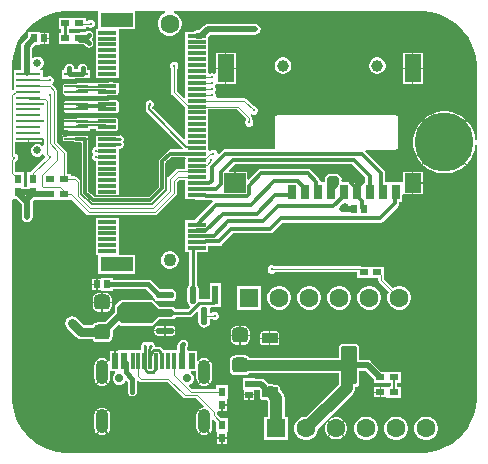
<source format=gtl>
G04*
G04 #@! TF.GenerationSoftware,Altium Limited,Altium Designer,22.7.1 (60)*
G04*
G04 Layer_Physical_Order=1*
G04 Layer_Color=255*
%FSLAX44Y44*%
%MOMM*%
G71*
G04*
G04 #@! TF.SameCoordinates,685117A2-6A88-48EB-B9DE-98E527D6E63A*
G04*
G04*
G04 #@! TF.FilePolarity,Positive*
G04*
G01*
G75*
%ADD11C,0.2540*%
%ADD14C,0.1270*%
%ADD15C,0.1524*%
%ADD19C,0.0889*%
G04:AMPARAMS|DCode=20|XSize=1.27mm|YSize=1.3716mm|CornerRadius=0.3175mm|HoleSize=0mm|Usage=FLASHONLY|Rotation=270.000|XOffset=0mm|YOffset=0mm|HoleType=Round|Shape=RoundedRectangle|*
%AMROUNDEDRECTD20*
21,1,1.2700,0.7366,0,0,270.0*
21,1,0.6350,1.3716,0,0,270.0*
1,1,0.6350,-0.3683,-0.3175*
1,1,0.6350,-0.3683,0.3175*
1,1,0.6350,0.3683,0.3175*
1,1,0.6350,0.3683,-0.3175*
%
%ADD20ROUNDEDRECTD20*%
G04:AMPARAMS|DCode=21|XSize=0.93mm|YSize=1.31mm|CornerRadius=0.0698mm|HoleSize=0mm|Usage=FLASHONLY|Rotation=270.000|XOffset=0mm|YOffset=0mm|HoleType=Round|Shape=RoundedRectangle|*
%AMROUNDEDRECTD21*
21,1,0.9300,1.1705,0,0,270.0*
21,1,0.7905,1.3100,0,0,270.0*
1,1,0.1395,-0.5853,-0.3953*
1,1,0.1395,-0.5853,0.3953*
1,1,0.1395,0.5853,0.3953*
1,1,0.1395,0.5853,-0.3953*
%
%ADD21ROUNDEDRECTD21*%
G04:AMPARAMS|DCode=22|XSize=3.24mm|YSize=1.31mm|CornerRadius=0.0983mm|HoleSize=0mm|Usage=FLASHONLY|Rotation=270.000|XOffset=0mm|YOffset=0mm|HoleType=Round|Shape=RoundedRectangle|*
%AMROUNDEDRECTD22*
21,1,3.2400,1.1135,0,0,270.0*
21,1,3.0435,1.3100,0,0,270.0*
1,1,0.1965,-0.5568,-1.5218*
1,1,0.1965,-0.5568,1.5218*
1,1,0.1965,0.5568,1.5218*
1,1,0.1965,0.5568,-1.5218*
%
%ADD22ROUNDEDRECTD22*%
%ADD23R,0.6000X1.4500*%
%ADD24R,0.3000X1.4500*%
%ADD25R,2.0000X0.2500*%
%ADD26R,1.5500X0.3000*%
G04:AMPARAMS|DCode=27|XSize=0.5588mm|YSize=1.524mm|CornerRadius=0.1397mm|HoleSize=0mm|Usage=FLASHONLY|Rotation=270.000|XOffset=0mm|YOffset=0mm|HoleType=Round|Shape=RoundedRectangle|*
%AMROUNDEDRECTD27*
21,1,0.5588,1.2446,0,0,270.0*
21,1,0.2794,1.5240,0,0,270.0*
1,1,0.2794,-0.6223,-0.1397*
1,1,0.2794,-0.6223,0.1397*
1,1,0.2794,0.6223,0.1397*
1,1,0.2794,0.6223,-0.1397*
%
%ADD27ROUNDEDRECTD27*%
G04:AMPARAMS|DCode=28|XSize=0.6096mm|YSize=1.524mm|CornerRadius=0.1524mm|HoleSize=0mm|Usage=FLASHONLY|Rotation=270.000|XOffset=0mm|YOffset=0mm|HoleType=Round|Shape=RoundedRectangle|*
%AMROUNDEDRECTD28*
21,1,0.6096,1.2192,0,0,270.0*
21,1,0.3048,1.5240,0,0,270.0*
1,1,0.3048,-0.6096,-0.1524*
1,1,0.3048,-0.6096,0.1524*
1,1,0.3048,0.6096,0.1524*
1,1,0.3048,0.6096,-0.1524*
%
%ADD28ROUNDEDRECTD28*%
%ADD29R,0.7000X1.3000*%
%ADD30R,1.4478X1.6510*%
%ADD31R,1.4478X2.4384*%
%ADD32R,1.8542X1.6510*%
%ADD33R,2.7500X1.2000*%
G04:AMPARAMS|DCode=34|XSize=1.5744mm|YSize=0.5758mm|CornerRadius=0.2879mm|HoleSize=0mm|Usage=FLASHONLY|Rotation=270.000|XOffset=0mm|YOffset=0mm|HoleType=Round|Shape=RoundedRectangle|*
%AMROUNDEDRECTD34*
21,1,1.5744,0.0000,0,0,270.0*
21,1,0.9985,0.5758,0,0,270.0*
1,1,0.5758,0.0000,-0.4993*
1,1,0.5758,0.0000,0.4993*
1,1,0.5758,0.0000,0.4993*
1,1,0.5758,0.0000,-0.4993*
%
%ADD34ROUNDEDRECTD34*%
%ADD35R,0.5758X1.5744*%
%ADD36R,0.7500X0.6000*%
%ADD37R,0.6400X0.6000*%
%ADD38R,0.6000X0.6400*%
%ADD39R,0.6000X0.7500*%
%ADD67C,0.3513*%
%ADD68C,0.5080*%
%ADD69C,0.3810*%
%ADD70C,0.2175*%
%ADD71C,0.8890*%
%ADD72C,0.7620*%
%ADD73C,1.0160*%
%ADD74C,0.1574*%
%ADD75C,1.6000*%
%ADD76R,1.6000X1.6000*%
%ADD77C,0.7000*%
%ADD78O,1.0500X2.1000*%
%ADD79C,5.0000*%
%ADD80C,1.0000*%
%ADD81C,1.1001*%
%ADD82C,1.6000*%
%ADD83C,0.3000*%
%ADD84C,0.6700*%
G36*
X357440Y375204D02*
X363513Y373577D01*
X369322Y371171D01*
X374766Y368027D01*
X379754Y364200D01*
X384200Y359754D01*
X388027Y354766D01*
X391171Y349322D01*
X393577Y343513D01*
X395204Y337440D01*
X396024Y331207D01*
Y328064D01*
Y267157D01*
X394759Y267147D01*
X394112Y271231D01*
X392834Y275164D01*
X390957Y278848D01*
X388526Y282194D01*
X387513Y283207D01*
X369387Y265080D01*
X387513Y246953D01*
X388526Y247966D01*
X390957Y251311D01*
X392834Y254996D01*
X394112Y258928D01*
X394759Y263012D01*
X396024Y263002D01*
X396025Y50064D01*
Y46920D01*
X395204Y40687D01*
X393577Y34614D01*
X391171Y28805D01*
X388027Y23361D01*
X384200Y18373D01*
X379754Y13927D01*
X374766Y10100D01*
X369322Y6956D01*
X363513Y4550D01*
X357440Y2923D01*
X351207Y2103D01*
X46920D01*
X40687Y2923D01*
X34614Y4550D01*
X28805Y6956D01*
X23361Y10100D01*
X18373Y13927D01*
X13927Y18373D01*
X10100Y23361D01*
X6956Y28805D01*
X4550Y34614D01*
X2923Y40687D01*
X2103Y46920D01*
Y50064D01*
X2103Y216044D01*
X3373Y217100D01*
X6074D01*
X10611Y212563D01*
Y202184D01*
X10963Y200413D01*
X11967Y198911D01*
X13469Y197907D01*
X15240Y197555D01*
X17011Y197907D01*
X18513Y198911D01*
X19517Y200413D01*
X19869Y202184D01*
Y214480D01*
X19869Y214480D01*
X19869Y214480D01*
Y215103D01*
X21171Y216405D01*
X21440Y216351D01*
X29140D01*
Y215980D01*
X52140D01*
Y215980D01*
X53134Y216392D01*
X65548Y203978D01*
X66356Y203437D01*
X67310Y203248D01*
X123190D01*
X124144Y203437D01*
X124952Y203978D01*
X141462Y220488D01*
X142003Y221296D01*
X142192Y222250D01*
Y231378D01*
X143752Y232938D01*
X148890D01*
Y226930D01*
Y216930D01*
X156989D01*
X157431Y216635D01*
X158897Y216343D01*
X164780D01*
X164994Y216201D01*
X166460Y215909D01*
X171968D01*
X172317Y215287D01*
X172432Y214639D01*
X156723Y198930D01*
X148890D01*
Y191930D01*
Y181930D01*
Y171930D01*
X152266D01*
Y144484D01*
X152082Y144361D01*
X151004Y142748D01*
X150625Y140844D01*
Y130859D01*
X151004Y128955D01*
X152082Y127341D01*
X152695Y126932D01*
X152819Y125668D01*
X151135Y123984D01*
X140951D01*
X140463Y124715D01*
X139297Y125493D01*
X137922Y125767D01*
X127307D01*
X122093Y130982D01*
X122093Y130982D01*
X122092Y130983D01*
X121681Y131258D01*
X121431Y131424D01*
X121431Y131424D01*
X121431Y131425D01*
X121020Y131506D01*
X120651Y131580D01*
X120651Y131580D01*
X120651Y131580D01*
X95250Y131579D01*
X94469Y131424D01*
X93808Y130982D01*
X93808Y130982D01*
X89998Y127172D01*
X89778Y126843D01*
X89556Y126510D01*
X89556Y126510D01*
X89556Y126510D01*
X89485Y126153D01*
X89401Y125730D01*
X89400Y120839D01*
X81153Y112591D01*
X75057D01*
X73038Y112190D01*
X71326Y111046D01*
X70670Y110064D01*
X63414D01*
X57529Y115949D01*
X55607Y117233D01*
X53340Y117684D01*
X51073Y117233D01*
X49151Y115949D01*
X47867Y114027D01*
X47416Y111760D01*
X47867Y109493D01*
X49151Y107571D01*
X56771Y99951D01*
X58693Y98667D01*
X60960Y98216D01*
X70670D01*
X71326Y97234D01*
X73038Y96090D01*
X75057Y95689D01*
X82423D01*
X84442Y96090D01*
X86154Y97234D01*
X87298Y98946D01*
X87699Y100965D01*
Y106045D01*
X92890Y111236D01*
X93808Y110317D01*
X93808Y110317D01*
X94221Y110042D01*
X94469Y109875D01*
X95250Y109720D01*
X120651Y109721D01*
X121431Y109876D01*
X122092Y110318D01*
X122092Y110319D01*
X127307Y115533D01*
X137922D01*
X139297Y115807D01*
X140463Y116585D01*
X140951Y117316D01*
X152516D01*
X153792Y117570D01*
X154874Y118293D01*
X158855Y122274D01*
X160125Y121748D01*
Y113156D01*
X160504Y111252D01*
X161582Y109639D01*
X163196Y108560D01*
X165100Y108181D01*
X167004Y108560D01*
X168618Y109639D01*
X169696Y111252D01*
X170075Y113156D01*
Y115618D01*
X171533D01*
X172007Y115143D01*
X173294Y114610D01*
X174686D01*
X175973Y115143D01*
X176957Y116127D01*
X177490Y117414D01*
Y118806D01*
X176957Y120093D01*
X175973Y121077D01*
X174686Y121610D01*
X173294D01*
X172007Y121077D01*
X171533Y120602D01*
X170075D01*
Y123141D01*
X169776Y124646D01*
X170526Y125915D01*
X172991D01*
X173313Y125980D01*
X179479D01*
Y145723D01*
X169721D01*
Y132584D01*
X161116D01*
X160575Y133028D01*
Y140844D01*
X160196Y142748D01*
X159118Y144361D01*
X158934Y144484D01*
Y171930D01*
X168390D01*
Y177454D01*
X177474D01*
X178940Y177745D01*
X180183Y178576D01*
X189547Y187940D01*
X220980D01*
X222446Y188231D01*
X223688Y189062D01*
X231457Y196830D01*
X313690D01*
X315156Y197121D01*
X316398Y197952D01*
X329122Y210676D01*
X329953Y211918D01*
X330244Y213384D01*
Y214402D01*
X332822D01*
Y219918D01*
X332997Y221115D01*
X334092Y221115D01*
X340871D01*
Y230640D01*
Y240165D01*
X332997D01*
Y232600D01*
X332822Y231402D01*
X331727Y231402D01*
X323092D01*
X321822Y231402D01*
Y231402D01*
X321822D01*
Y231402D01*
X318409D01*
Y239141D01*
X318117Y240607D01*
X317287Y241850D01*
X301473Y257663D01*
X301731Y258616D01*
X301955Y258933D01*
X326898D01*
X327926Y259138D01*
X328798Y259720D01*
X329380Y260592D01*
X329585Y261620D01*
Y285242D01*
X329380Y286270D01*
X328798Y287142D01*
X327926Y287724D01*
X326898Y287929D01*
X227330D01*
X226302Y287724D01*
X225430Y287142D01*
X224848Y286270D01*
X224643Y285242D01*
Y261620D01*
X224848Y260592D01*
X225044Y260298D01*
X224365Y259028D01*
X182808D01*
X181342Y258737D01*
X180100Y257906D01*
X177490Y255297D01*
X176220Y255823D01*
Y255966D01*
X175687Y257253D01*
X174703Y258237D01*
X173416Y258770D01*
X172024D01*
X170737Y258237D01*
X170263Y257762D01*
X169730D01*
X169660Y257749D01*
X168390Y258726D01*
Y271930D01*
Y281930D01*
Y292938D01*
X192488D01*
X200708Y284718D01*
Y284397D01*
X200233Y283923D01*
X199700Y282636D01*
Y281244D01*
X200233Y279957D01*
X201217Y278973D01*
X202504Y278440D01*
X203896D01*
X205183Y278973D01*
X206167Y279957D01*
X206700Y281244D01*
Y282636D01*
X206167Y283923D01*
X205692Y284397D01*
Y285750D01*
X205503Y286704D01*
X204962Y287512D01*
X204318Y288157D01*
X205027Y289133D01*
X206314Y288600D01*
X207706D01*
X208993Y289133D01*
X209977Y290117D01*
X210510Y291404D01*
Y292796D01*
X209977Y294083D01*
X208993Y295067D01*
X207706Y295600D01*
X207035D01*
X200442Y302192D01*
X199634Y302733D01*
X198680Y302922D01*
X175604D01*
X174898Y303978D01*
X174950Y304104D01*
Y305496D01*
X174417Y306783D01*
X173860Y307340D01*
X174417Y307897D01*
X174950Y309184D01*
Y310576D01*
X174417Y311863D01*
X173860Y312420D01*
X174417Y312977D01*
X174914Y314178D01*
X182623D01*
Y327005D01*
X174749D01*
Y323487D01*
X173479Y322961D01*
X173433Y323007D01*
X172146Y323540D01*
X170754D01*
X169660Y323087D01*
X168893Y323390D01*
X168390Y323726D01*
Y331930D01*
Y341930D01*
Y354464D01*
X169977Y356051D01*
X208280D01*
X210051Y356403D01*
X211553Y357407D01*
X212557Y358909D01*
X212909Y360680D01*
X212557Y362451D01*
X211553Y363953D01*
X210051Y364957D01*
X208280Y365309D01*
X168060D01*
X168060Y365309D01*
X166289Y364957D01*
X164787Y363953D01*
X164787Y363953D01*
X160893Y360059D01*
X158640D01*
X156869Y359707D01*
X155706Y358930D01*
X148890D01*
Y351930D01*
Y341930D01*
Y331930D01*
Y321930D01*
Y311930D01*
Y303471D01*
X147620Y302945D01*
X142192Y308372D01*
Y327536D01*
X142667Y328010D01*
X143200Y329297D01*
Y330689D01*
X142667Y331976D01*
X141683Y332960D01*
X140396Y333493D01*
X139004D01*
X137717Y332960D01*
X136733Y331976D01*
X136200Y330689D01*
Y329297D01*
X136733Y328010D01*
X137208Y327536D01*
Y307340D01*
X137397Y306386D01*
X137938Y305578D01*
X148792Y294723D01*
X148890Y294658D01*
Y286930D01*
Y276930D01*
Y268115D01*
X147620Y267589D01*
X121755Y293454D01*
X121109Y294467D01*
X122093Y295451D01*
X122626Y296738D01*
Y298130D01*
X122093Y299417D01*
X121109Y300401D01*
X119822Y300934D01*
X118430D01*
X117143Y300401D01*
X116159Y299417D01*
X115626Y298130D01*
Y297007D01*
X115463Y296188D01*
Y292947D01*
X115677Y291869D01*
X116288Y290956D01*
X146810Y260434D01*
X146324Y259260D01*
X136050D01*
X134584Y258969D01*
X133342Y258138D01*
X126832Y251628D01*
X126001Y250386D01*
X125710Y248920D01*
Y227647D01*
X117794Y219730D01*
X92890D01*
Y229430D01*
Y239430D01*
Y249430D01*
Y259795D01*
X94120D01*
X95406Y260328D01*
X96390Y261312D01*
X96923Y262599D01*
Y263991D01*
X96390Y265278D01*
X96123Y265545D01*
X96390Y265812D01*
X96923Y267099D01*
Y268491D01*
X96390Y269778D01*
X95406Y270762D01*
X94120Y271295D01*
X92890D01*
Y271430D01*
X92160D01*
Y272295D01*
X74120D01*
Y271430D01*
X73390D01*
Y261310D01*
X72964D01*
X71677Y260777D01*
X70693Y259793D01*
X70160Y258506D01*
Y257114D01*
X70693Y255827D01*
X71250Y255270D01*
X70693Y254713D01*
X70160Y253426D01*
Y252034D01*
X70693Y250747D01*
X71677Y249763D01*
X72964Y249230D01*
X73390D01*
Y239430D01*
Y229430D01*
Y220843D01*
X72120Y220317D01*
X68396Y224041D01*
Y267395D01*
X68322Y267765D01*
Y271152D01*
X67592D01*
Y272267D01*
X45052D01*
Y271152D01*
X44322D01*
Y264652D01*
X54424D01*
X54856Y264363D01*
X56322Y264072D01*
X60735D01*
Y234146D01*
X59465Y233620D01*
X57642Y235442D01*
X56834Y235983D01*
X55880Y236172D01*
X52140D01*
Y238680D01*
X48882D01*
Y255870D01*
X48693Y256824D01*
X48152Y257632D01*
X40592Y265192D01*
Y308610D01*
X40403Y309564D01*
X39862Y310372D01*
X36817Y313418D01*
X36302Y314473D01*
X36846Y315106D01*
X37257Y315517D01*
X37790Y316804D01*
Y318196D01*
X37257Y319483D01*
X36273Y320467D01*
X34986Y321000D01*
X33594D01*
X32307Y320467D01*
X31833Y319992D01*
X28322D01*
Y326152D01*
X26032D01*
X25780Y327422D01*
X26853Y327867D01*
X28358Y329371D01*
X29172Y331338D01*
Y333466D01*
X28358Y335433D01*
X26853Y336937D01*
X24886Y337752D01*
X22758D01*
X20791Y336937D01*
X20464Y336610D01*
X19291Y337096D01*
Y344805D01*
X22346Y347860D01*
X26000D01*
Y348590D01*
X29165D01*
Y353060D01*
Y357530D01*
X26000D01*
Y358260D01*
X16000D01*
Y354606D01*
X11389Y349995D01*
X10385Y348493D01*
X10033Y346722D01*
X10033Y346722D01*
Y326152D01*
X4322D01*
Y319652D01*
Y309916D01*
X3747Y309532D01*
X3276Y309061D01*
X2103Y309547D01*
Y328064D01*
Y331207D01*
X2923Y337440D01*
X4550Y343513D01*
X6956Y349322D01*
X10100Y354766D01*
X13927Y359754D01*
X18373Y364200D01*
X23361Y368027D01*
X28805Y371171D01*
X34614Y373577D01*
X40687Y375204D01*
X46920Y376024D01*
X75140D01*
Y361430D01*
X73390D01*
Y349430D01*
Y339430D01*
Y329430D01*
Y319430D01*
X74120D01*
Y318565D01*
X92160D01*
Y319430D01*
X92890D01*
Y329430D01*
Y339430D01*
Y349430D01*
Y360930D01*
X106640D01*
Y376024D01*
X131885D01*
X132052Y374754D01*
X132030Y374749D01*
X129750Y373432D01*
X127888Y371570D01*
X126572Y369290D01*
X125890Y366747D01*
Y364114D01*
X126572Y361570D01*
X127888Y359290D01*
X129750Y357428D01*
X132030Y356112D01*
X134573Y355430D01*
X137206D01*
X139750Y356112D01*
X142030Y357428D01*
X143892Y359290D01*
X145209Y361570D01*
X145890Y364114D01*
Y366747D01*
X145209Y369290D01*
X143892Y371570D01*
X142030Y373432D01*
X139750Y374749D01*
X139728Y374754D01*
X139895Y376024D01*
X351207D01*
X357440Y375204D01*
D02*
G37*
G36*
X29146Y267793D02*
Y262440D01*
X27876Y261914D01*
X26853Y262938D01*
X24886Y263752D01*
X22758D01*
X20791Y262938D01*
X19287Y261432D01*
X18472Y259466D01*
Y257338D01*
X19287Y255371D01*
X20791Y253867D01*
X22758Y253052D01*
X24886D01*
X26853Y253867D01*
X27937Y254951D01*
X29304Y254590D01*
X29336Y254428D01*
X29876Y253619D01*
X30765Y252730D01*
X18710Y240675D01*
X18326Y240100D01*
X15320D01*
Y227479D01*
X12620D01*
Y240100D01*
X5395D01*
X5000Y240494D01*
Y248732D01*
X6103Y249189D01*
X7087Y250174D01*
X7620Y251460D01*
Y252852D01*
X7087Y254139D01*
X6103Y255123D01*
X5000Y255580D01*
Y264133D01*
X5052Y265382D01*
X15687D01*
Y267902D01*
X16322D01*
Y268537D01*
X27592D01*
Y268561D01*
X27876Y268669D01*
X29146Y267793D01*
D02*
G37*
G36*
X148890Y242922D02*
X142640D01*
X141686Y242733D01*
X140878Y242192D01*
X134640Y235955D01*
X133370Y236481D01*
Y247334D01*
X137637Y251600D01*
X148890D01*
Y242922D01*
D02*
G37*
G36*
X301492Y235382D02*
Y232300D01*
X300594Y231402D01*
X299822Y231402D01*
X298854Y230672D01*
X298552Y230672D01*
X294957D01*
Y222902D01*
X293687D01*
Y230672D01*
X289790Y230672D01*
X288822Y231402D01*
X288584Y231402D01*
X282232D01*
X282198Y231418D01*
X281289Y232672D01*
X281489Y233680D01*
X281137Y235451D01*
X280133Y236953D01*
X278631Y237957D01*
X276860Y238309D01*
X276860Y238309D01*
X271780D01*
X270009Y237957D01*
X268507Y236953D01*
X267503Y235451D01*
X267151Y233680D01*
Y232536D01*
X266822Y231402D01*
X263572D01*
Y231748D01*
X263281Y233214D01*
X262450Y234457D01*
X255438Y241468D01*
X254196Y242299D01*
X252730Y242590D01*
X213360D01*
X211894Y242299D01*
X210652Y241468D01*
X202722Y233539D01*
X201549Y234025D01*
Y240165D01*
X191643D01*
Y230640D01*
X190373D01*
Y240165D01*
X186281D01*
X185795Y241338D01*
X191096Y246639D01*
X290235D01*
X301492Y235382D01*
D02*
G37*
G36*
X127000Y123189D02*
X126999Y118109D01*
X120650Y111760D01*
X95250Y111759D01*
X91439Y115570D01*
X91440Y125730D01*
X95250Y129540D01*
X120651Y129541D01*
X127000Y123189D01*
D02*
G37*
%LPC*%
G36*
X64840Y370760D02*
X41840D01*
Y360760D01*
X44256D01*
Y358060D01*
X41840D01*
Y348060D01*
X59800D01*
X60185Y347984D01*
X62946D01*
X64495Y346435D01*
X65786Y345572D01*
X67310Y345269D01*
X68834Y345572D01*
X70125Y346435D01*
X70988Y347726D01*
X71291Y349250D01*
X70988Y350774D01*
X70125Y352065D01*
Y352785D01*
X70988Y354076D01*
X71291Y355600D01*
X70988Y357124D01*
X70125Y358415D01*
X68834Y359278D01*
X67310Y359581D01*
X65786Y359278D01*
X64495Y358415D01*
X64216Y358136D01*
X60185D01*
X59800Y358060D01*
X50924D01*
Y360760D01*
X64840D01*
Y363014D01*
X66377D01*
X66851Y362539D01*
X68138Y362006D01*
X69530D01*
X70817Y362539D01*
X71801Y363523D01*
X72334Y364810D01*
Y366202D01*
X71801Y367489D01*
X70817Y368473D01*
X69530Y369006D01*
X68138D01*
X66851Y368473D01*
X66377Y367998D01*
X64840D01*
Y370760D01*
D02*
G37*
G36*
X34070Y357530D02*
X30435D01*
Y353695D01*
X34070D01*
Y357530D01*
D02*
G37*
G36*
Y352425D02*
X30435D01*
Y348590D01*
X34070D01*
Y352425D01*
D02*
G37*
G36*
X350015Y341102D02*
X342141D01*
Y328275D01*
X350015D01*
Y341102D01*
D02*
G37*
G36*
X191767D02*
X183893D01*
Y328275D01*
X191767D01*
Y341102D01*
D02*
G37*
G36*
X340871D02*
X332997D01*
Y328275D01*
X340871D01*
Y341102D01*
D02*
G37*
G36*
X182623D02*
X174749D01*
Y328275D01*
X182623D01*
Y341102D01*
D02*
G37*
G36*
X62230Y331642D02*
X60706Y331338D01*
X59415Y330475D01*
X58552Y329184D01*
X58249Y327660D01*
Y326883D01*
X54781D01*
Y327660D01*
X54478Y329184D01*
X53615Y330475D01*
X52324Y331338D01*
X50800Y331642D01*
X49276Y331338D01*
X47985Y330475D01*
X47122Y329184D01*
X46818Y327660D01*
Y326152D01*
X44322D01*
Y319652D01*
X45052D01*
Y318537D01*
X67592D01*
Y319652D01*
X68322D01*
Y326152D01*
X66212D01*
Y327660D01*
X65908Y329184D01*
X65045Y330475D01*
X63754Y331338D01*
X62230Y331642D01*
D02*
G37*
G36*
X312580Y336946D02*
X310736D01*
X308956Y336469D01*
X307360Y335547D01*
X306057Y334244D01*
X305135Y332648D01*
X304658Y330868D01*
Y329024D01*
X305135Y327244D01*
X306057Y325648D01*
X307360Y324345D01*
X308956Y323423D01*
X310736Y322946D01*
X312580D01*
X314360Y323423D01*
X315956Y324345D01*
X317259Y325648D01*
X318181Y327244D01*
X318658Y329024D01*
Y330868D01*
X318181Y332648D01*
X317259Y334244D01*
X315956Y335547D01*
X314360Y336469D01*
X312580Y336946D01*
D02*
G37*
G36*
X232824D02*
X230980D01*
X229200Y336469D01*
X227604Y335547D01*
X226301Y334244D01*
X225379Y332648D01*
X224902Y330868D01*
Y329024D01*
X225379Y327244D01*
X226301Y325648D01*
X227604Y324345D01*
X229200Y323423D01*
X230980Y322946D01*
X232824D01*
X234604Y323423D01*
X236200Y324345D01*
X237503Y325648D01*
X238425Y327244D01*
X238902Y329024D01*
Y330868D01*
X238425Y332648D01*
X237503Y334244D01*
X236200Y335547D01*
X234604Y336469D01*
X232824Y336946D01*
D02*
G37*
G36*
X92160Y317295D02*
X74120D01*
Y316430D01*
X73390D01*
Y314919D01*
X68322D01*
Y316152D01*
X67592D01*
Y317267D01*
X45052D01*
Y316152D01*
X44322D01*
Y304652D01*
X45052D01*
Y303537D01*
X56322D01*
Y302267D01*
X45052D01*
Y301152D01*
X44322D01*
Y289652D01*
X45052D01*
Y288537D01*
X56322D01*
Y287267D01*
X45052D01*
Y286152D01*
X44322D01*
Y274652D01*
X45052D01*
Y273537D01*
X67592D01*
Y274652D01*
X68322D01*
Y276802D01*
X73390D01*
Y274430D01*
X74120D01*
Y273565D01*
X92160D01*
Y274430D01*
X92890D01*
Y286430D01*
X92160D01*
Y287295D01*
X83140D01*
Y288565D01*
X92160D01*
Y289430D01*
X92890D01*
Y301430D01*
X92160D01*
Y302295D01*
X83140D01*
Y303565D01*
X92160D01*
Y304430D01*
X92890D01*
Y316430D01*
X92160D01*
Y317295D01*
D02*
G37*
G36*
X350015Y327005D02*
X342141D01*
Y314178D01*
X350015D01*
Y327005D01*
D02*
G37*
G36*
X340871D02*
X332997D01*
Y314178D01*
X340871D01*
Y327005D01*
D02*
G37*
G36*
X191767D02*
X183893D01*
Y314178D01*
X191767D01*
Y327005D01*
D02*
G37*
G36*
X370556Y291350D02*
X366421D01*
X362337Y290703D01*
X358404Y289425D01*
X354720Y287548D01*
X351375Y285117D01*
X350362Y284105D01*
X368489Y265978D01*
X386615Y284105D01*
X385602Y285117D01*
X382257Y287548D01*
X378573Y289425D01*
X374640Y290703D01*
X370556Y291350D01*
D02*
G37*
G36*
X349464Y283207D02*
X348451Y282194D01*
X346021Y278848D01*
X344143Y275164D01*
X342865Y271231D01*
X342219Y267147D01*
Y263012D01*
X342865Y258928D01*
X344143Y254996D01*
X346021Y251311D01*
X348451Y247966D01*
X349464Y246953D01*
X367591Y265080D01*
X349464Y283207D01*
D02*
G37*
G36*
X368489Y264182D02*
X350362Y246055D01*
X351375Y245042D01*
X354720Y242612D01*
X358404Y240735D01*
X362337Y239457D01*
X366421Y238810D01*
X370556D01*
X374640Y239457D01*
X378573Y240735D01*
X382257Y242612D01*
X385602Y245042D01*
X386615Y246055D01*
X368489Y264182D01*
D02*
G37*
G36*
X350015Y240165D02*
X342141D01*
Y231275D01*
X350015D01*
Y240165D01*
D02*
G37*
G36*
Y230005D02*
X342141D01*
Y221115D01*
X350015D01*
Y230005D01*
D02*
G37*
G36*
X136877Y172930D02*
X134902D01*
X132995Y172419D01*
X131285Y171432D01*
X129888Y170035D01*
X128901Y168325D01*
X128390Y166417D01*
Y164443D01*
X128901Y162535D01*
X129888Y160825D01*
X131285Y159428D01*
X132995Y158441D01*
X134902Y157929D01*
X136877D01*
X138785Y158441D01*
X140495Y159428D01*
X141892Y160825D01*
X142879Y162535D01*
X143391Y164443D01*
Y166417D01*
X142879Y168325D01*
X141892Y170035D01*
X140495Y171432D01*
X138785Y172419D01*
X136877Y172930D01*
D02*
G37*
G36*
X92890Y201430D02*
X73390D01*
Y189430D01*
Y179430D01*
Y169430D01*
X75140D01*
Y153930D01*
X106640D01*
Y169930D01*
X92890D01*
Y174430D01*
Y184430D01*
Y194430D01*
Y201430D01*
D02*
G37*
G36*
X73705Y149250D02*
X70070D01*
Y145415D01*
X73705D01*
Y149250D01*
D02*
G37*
G36*
Y144145D02*
X70070D01*
Y140310D01*
X73705D01*
Y144145D01*
D02*
G37*
G36*
X88140Y149980D02*
X78140D01*
Y149250D01*
X74975D01*
Y144780D01*
Y140310D01*
X78140D01*
Y139580D01*
X88140D01*
Y140799D01*
X116221D01*
X122140Y134880D01*
Y134253D01*
X122403Y132928D01*
X123154Y131804D01*
X124278Y131053D01*
X125603Y130789D01*
X138049D01*
X139374Y131053D01*
X140498Y131804D01*
X141249Y132928D01*
X141512Y134253D01*
Y137047D01*
X141249Y138372D01*
X140498Y139496D01*
X139374Y140247D01*
X138049Y140511D01*
X127770D01*
X120685Y147595D01*
X119394Y148458D01*
X117870Y148762D01*
X88140D01*
Y149980D01*
D02*
G37*
G36*
X82423Y137247D02*
X79375D01*
Y130175D01*
X86955D01*
Y132715D01*
X86610Y134449D01*
X85628Y135920D01*
X84157Y136902D01*
X82423Y137247D01*
D02*
G37*
G36*
X78105D02*
X75057D01*
X73323Y136902D01*
X71852Y135920D01*
X70870Y134449D01*
X70525Y132715D01*
Y130175D01*
X78105D01*
Y137247D01*
D02*
G37*
G36*
X222946Y160980D02*
X221554D01*
X220267Y160447D01*
X219283Y159463D01*
X218750Y158176D01*
Y156784D01*
X219283Y155497D01*
X220267Y154513D01*
X221554Y153980D01*
X222946D01*
X224233Y154513D01*
X224707Y154988D01*
X294570D01*
Y149940D01*
X312633D01*
Y148425D01*
X312823Y147471D01*
X313363Y146662D01*
X321589Y138436D01*
X320882Y137210D01*
X320200Y134667D01*
Y132034D01*
X320882Y129490D01*
X322198Y127210D01*
X324060Y125348D01*
X326340Y124031D01*
X328884Y123350D01*
X331516D01*
X334060Y124031D01*
X336340Y125348D01*
X338202Y127210D01*
X339519Y129490D01*
X340200Y132034D01*
Y134667D01*
X339519Y137210D01*
X338202Y139490D01*
X336340Y141352D01*
X334060Y142669D01*
X331516Y143350D01*
X328884D01*
X326340Y142669D01*
X325114Y141961D01*
X317618Y149457D01*
Y152385D01*
X317570Y152625D01*
Y159940D01*
X297943D01*
X297780Y159972D01*
X224707D01*
X224233Y160447D01*
X222946Y160980D01*
D02*
G37*
G36*
X306117Y143350D02*
X303484D01*
X300940Y142669D01*
X298660Y141352D01*
X296798Y139490D01*
X295481Y137210D01*
X294800Y134667D01*
Y132034D01*
X295481Y129490D01*
X296798Y127210D01*
X298660Y125348D01*
X300940Y124031D01*
X303484Y123350D01*
X306117D01*
X308660Y124031D01*
X310940Y125348D01*
X312802Y127210D01*
X314118Y129490D01*
X314800Y132034D01*
Y134667D01*
X314118Y137210D01*
X312802Y139490D01*
X310940Y141352D01*
X308660Y142669D01*
X306117Y143350D01*
D02*
G37*
G36*
X280716D02*
X278083D01*
X275540Y142669D01*
X273260Y141352D01*
X271398Y139490D01*
X270082Y137210D01*
X269400Y134667D01*
Y132034D01*
X270082Y129490D01*
X271398Y127210D01*
X273260Y125348D01*
X275540Y124031D01*
X278083Y123350D01*
X280716D01*
X283260Y124031D01*
X285540Y125348D01*
X287402Y127210D01*
X288718Y129490D01*
X289400Y132034D01*
Y134667D01*
X288718Y137210D01*
X287402Y139490D01*
X285540Y141352D01*
X283260Y142669D01*
X280716Y143350D01*
D02*
G37*
G36*
X255317D02*
X252684D01*
X250140Y142669D01*
X247860Y141352D01*
X245998Y139490D01*
X244681Y137210D01*
X244000Y134667D01*
Y132034D01*
X244681Y129490D01*
X245998Y127210D01*
X247860Y125348D01*
X250140Y124031D01*
X252684Y123350D01*
X255317D01*
X257860Y124031D01*
X260140Y125348D01*
X262002Y127210D01*
X263319Y129490D01*
X264000Y132034D01*
Y134667D01*
X263319Y137210D01*
X262002Y139490D01*
X260140Y141352D01*
X257860Y142669D01*
X255317Y143350D01*
D02*
G37*
G36*
X229916D02*
X227283D01*
X224740Y142669D01*
X222460Y141352D01*
X220598Y139490D01*
X219282Y137210D01*
X218600Y134667D01*
Y132034D01*
X219282Y129490D01*
X220598Y127210D01*
X222460Y125348D01*
X224740Y124031D01*
X227283Y123350D01*
X229916D01*
X232460Y124031D01*
X234740Y125348D01*
X236602Y127210D01*
X237918Y129490D01*
X238600Y132034D01*
Y134667D01*
X237918Y137210D01*
X236602Y139490D01*
X234740Y141352D01*
X232460Y142669D01*
X229916Y143350D01*
D02*
G37*
G36*
X213200D02*
X193200D01*
Y123350D01*
X213200D01*
Y143350D01*
D02*
G37*
G36*
X86955Y128905D02*
X79375D01*
Y121833D01*
X82423D01*
X84157Y122178D01*
X85628Y123160D01*
X86610Y124631D01*
X86955Y126365D01*
Y128905D01*
D02*
G37*
G36*
X78105D02*
X70525D01*
Y126365D01*
X70870Y124631D01*
X71852Y123160D01*
X73323Y122178D01*
X75057Y121833D01*
X78105D01*
Y128905D01*
D02*
G37*
G36*
X138049Y109766D02*
X132461D01*
Y106285D01*
X140768D01*
Y107047D01*
X140561Y108088D01*
X139972Y108970D01*
X139090Y109559D01*
X138049Y109766D01*
D02*
G37*
G36*
X131191D02*
X125603D01*
X124562Y109559D01*
X123680Y108970D01*
X123091Y108088D01*
X122884Y107047D01*
Y106285D01*
X131191D01*
Y109766D01*
D02*
G37*
G36*
X199263Y109307D02*
X196215D01*
Y102235D01*
X203795D01*
Y104775D01*
X203450Y106509D01*
X202468Y107980D01*
X200997Y108962D01*
X199263Y109307D01*
D02*
G37*
G36*
X194945D02*
X191897D01*
X190163Y108962D01*
X188692Y107980D01*
X187710Y106509D01*
X187365Y104775D01*
Y102235D01*
X194945D01*
Y109307D01*
D02*
G37*
G36*
X140768Y105015D02*
X132461D01*
Y101534D01*
X138049D01*
X139090Y101741D01*
X139972Y102330D01*
X140561Y103212D01*
X140768Y104253D01*
Y105015D01*
D02*
G37*
G36*
X131191D02*
X122884D01*
Y104253D01*
X123091Y103212D01*
X123680Y102330D01*
X124562Y101741D01*
X125603Y101534D01*
X131191D01*
Y105015D01*
D02*
G37*
G36*
X226402Y105059D02*
X221185D01*
Y99735D01*
X228409D01*
Y103053D01*
X228256Y103820D01*
X227821Y104471D01*
X227170Y104906D01*
X226402Y105059D01*
D02*
G37*
G36*
X219915D02*
X214697D01*
X213930Y104906D01*
X213279Y104471D01*
X212844Y103820D01*
X212691Y103053D01*
Y99735D01*
X219915D01*
Y105059D01*
D02*
G37*
G36*
X203795Y100965D02*
X196215D01*
Y93893D01*
X199263D01*
X200997Y94238D01*
X202468Y95220D01*
X203450Y96691D01*
X203795Y98425D01*
Y100965D01*
D02*
G37*
G36*
X194945D02*
X187365D01*
Y98425D01*
X187710Y96691D01*
X188692Y95220D01*
X190163Y94238D01*
X191897Y93893D01*
X194945D01*
Y100965D01*
D02*
G37*
G36*
X228409Y98465D02*
X221185D01*
Y93141D01*
X226402D01*
X227170Y93294D01*
X227821Y93729D01*
X228256Y94380D01*
X228409Y95147D01*
Y98465D01*
D02*
G37*
G36*
X219915D02*
X212691D01*
Y95147D01*
X212844Y94380D01*
X213279Y93729D01*
X213930Y93294D01*
X214697Y93141D01*
X219915D01*
Y98465D01*
D02*
G37*
G36*
X147320Y97962D02*
X145796Y97658D01*
X144505Y96795D01*
X143605Y95895D01*
X142742Y94604D01*
X142438Y93080D01*
Y88950D01*
X130810D01*
X130805Y88974D01*
X130123Y89995D01*
X128965Y91153D01*
X127943Y91835D01*
X126739Y92075D01*
X123158D01*
Y93406D01*
X122625Y94693D01*
X121640Y95677D01*
X120354Y96210D01*
X118961D01*
X117675Y95677D01*
X117408Y95410D01*
X117140Y95677D01*
X115854Y96210D01*
X114461D01*
X113175Y95677D01*
X112191Y94693D01*
X111658Y93406D01*
Y92014D01*
X112009Y91165D01*
Y88950D01*
X92420D01*
Y88220D01*
X90055D01*
Y79700D01*
X88785D01*
Y88220D01*
X85150D01*
Y80217D01*
X83880Y79786D01*
X83760Y79942D01*
X79169Y75351D01*
X78720Y75800D01*
X78271Y75351D01*
X73680Y79942D01*
X73025Y79088D01*
X72368Y77502D01*
X72144Y75800D01*
Y65300D01*
X72368Y63598D01*
X73025Y62012D01*
X73680Y61158D01*
X78271Y65749D01*
X78720Y65300D01*
X79169Y65749D01*
X83760Y61158D01*
X84415Y62012D01*
X85072Y63598D01*
X85296Y65300D01*
Y71180D01*
X89646D01*
X89902Y69926D01*
X89902Y69910D01*
X88357Y68366D01*
X87520Y66344D01*
Y64156D01*
X88357Y62134D01*
X89904Y60587D01*
X91926Y59750D01*
X94114D01*
X96136Y60587D01*
X97683Y62134D01*
X97998Y62895D01*
X99295Y63185D01*
X100159Y62441D01*
Y54102D01*
X100462Y52578D01*
X101325Y51287D01*
X102616Y50424D01*
X104140Y50121D01*
X105664Y50424D01*
X106955Y51287D01*
X107818Y52578D01*
X108122Y54102D01*
Y63088D01*
X109391Y63614D01*
X109998Y63008D01*
X110806Y62467D01*
X111760Y62278D01*
X133588D01*
X146765Y49101D01*
X147573Y48560D01*
X148527Y48371D01*
X158106D01*
X164678Y41799D01*
X164223Y40458D01*
X163418Y40352D01*
X161832Y39695D01*
X160978Y39040D01*
X165569Y34449D01*
X164671Y33551D01*
X160080Y38142D01*
X159425Y37288D01*
X158768Y35702D01*
X158544Y34000D01*
Y23500D01*
X158768Y21798D01*
X159425Y20212D01*
X160080Y19358D01*
X164671Y23949D01*
X165120Y23500D01*
X165569Y23949D01*
X170160Y19358D01*
X170815Y20212D01*
X171472Y21798D01*
X171696Y23500D01*
Y30280D01*
X172870Y30766D01*
X175340Y28295D01*
X175340Y20320D01*
X176070Y19352D01*
X176070Y19050D01*
Y15205D01*
X180340D01*
X184610D01*
X184610Y19352D01*
X185340Y20320D01*
X185340Y20558D01*
Y31820D01*
X178865D01*
X175538Y35147D01*
Y36440D01*
X175876Y37108D01*
X176727Y37490D01*
X179705D01*
Y42510D01*
X180340D01*
Y43145D01*
X184610D01*
X184610Y47292D01*
X185340Y48260D01*
X185340Y48498D01*
Y59760D01*
X175340D01*
Y56502D01*
X154686D01*
X152549Y58639D01*
X152847Y60137D01*
X153935Y60587D01*
X155483Y62134D01*
X156320Y64156D01*
Y66344D01*
X155483Y68366D01*
X153938Y69910D01*
X153938Y69926D01*
X154194Y71180D01*
X158544D01*
Y65300D01*
X158768Y63598D01*
X159425Y62012D01*
X160080Y61158D01*
X164671Y65749D01*
X165120Y65300D01*
X165569Y65749D01*
X170160Y61158D01*
X170815Y62012D01*
X171472Y63598D01*
X171696Y65300D01*
Y75800D01*
X171472Y77502D01*
X170815Y79088D01*
X170160Y79942D01*
X165569Y75351D01*
X165120Y75800D01*
X164671Y75351D01*
X160080Y79942D01*
X159960Y79786D01*
X158690Y80217D01*
Y88220D01*
X155055D01*
Y79700D01*
X153785D01*
Y88220D01*
X151420D01*
Y88950D01*
X150401D01*
Y91563D01*
X150998Y92456D01*
X151301Y93980D01*
X150998Y95504D01*
X150135Y96795D01*
X148844Y97658D01*
X147320Y97962D01*
D02*
G37*
G36*
X293018Y94458D02*
X281882D01*
X280719Y94227D01*
X279732Y93568D01*
X279073Y92581D01*
X278842Y91418D01*
Y82771D01*
X227064D01*
X226402Y82903D01*
X214697D01*
X214036Y82771D01*
X203218D01*
X202994Y83106D01*
X201282Y84250D01*
X199263Y84651D01*
X191897D01*
X189878Y84250D01*
X188166Y83106D01*
X187022Y81394D01*
X186621Y79375D01*
Y73025D01*
X187022Y71006D01*
X188166Y69294D01*
X189878Y68150D01*
X191897Y67749D01*
X199263D01*
X201282Y68150D01*
X202994Y69294D01*
X203218Y69629D01*
X214036D01*
X214697Y69497D01*
X226402D01*
X227064Y69629D01*
X278839D01*
Y60338D01*
X251361Y32860D01*
X250144D01*
X247600Y32178D01*
X245320Y30862D01*
X243458Y29000D01*
X242141Y26720D01*
X241460Y24176D01*
Y21544D01*
X242141Y19000D01*
X243458Y16720D01*
X245320Y14858D01*
X247600Y13542D01*
X250144Y12860D01*
X252777D01*
X255320Y13542D01*
X257600Y14858D01*
X259462Y16720D01*
X260779Y19000D01*
X261460Y21544D01*
Y22761D01*
X291029Y52330D01*
X292164Y53809D01*
X292878Y55532D01*
X293121Y57380D01*
X293121Y57380D01*
Y57962D01*
X294181Y58173D01*
X295168Y58832D01*
X295827Y59819D01*
X296058Y60982D01*
Y71571D01*
X301463D01*
X308540Y64494D01*
Y61040D01*
X323103D01*
Y59238D01*
X322205Y58340D01*
X320040Y58340D01*
X319072Y57610D01*
X318770Y57610D01*
X314925D01*
Y53340D01*
Y49070D01*
X319072Y49070D01*
X320040Y48340D01*
X320278Y48340D01*
X331540D01*
Y58340D01*
X328477D01*
Y61040D01*
X331540D01*
Y71040D01*
X315086D01*
X306653Y79473D01*
X305151Y80477D01*
X303380Y80829D01*
X303380Y80829D01*
X296058D01*
Y91418D01*
X295827Y92581D01*
X295168Y93568D01*
X294181Y94227D01*
X293018Y94458D01*
D02*
G37*
G36*
X165120Y82376D02*
X163418Y82152D01*
X161832Y81495D01*
X160978Y80840D01*
X165120Y76698D01*
X169262Y80840D01*
X168408Y81495D01*
X166822Y82152D01*
X165120Y82376D01*
D02*
G37*
G36*
X78720D02*
X77018Y82152D01*
X75432Y81495D01*
X74578Y80840D01*
X78720Y76698D01*
X82862Y80840D01*
X82008Y81495D01*
X80422Y82152D01*
X78720Y82376D01*
D02*
G37*
G36*
X165120Y64402D02*
X160978Y60260D01*
X161832Y59605D01*
X163418Y58948D01*
X165120Y58724D01*
X166822Y58948D01*
X168408Y59605D01*
X169262Y60260D01*
X165120Y64402D01*
D02*
G37*
G36*
X78720D02*
X74578Y60260D01*
X75432Y59605D01*
X77018Y58948D01*
X78720Y58724D01*
X80422Y58948D01*
X82008Y59605D01*
X82862Y60260D01*
X78720Y64402D01*
D02*
G37*
G36*
X313655Y57610D02*
X309270D01*
Y53975D01*
X313655D01*
Y57610D01*
D02*
G37*
G36*
Y52705D02*
X309270D01*
Y49070D01*
X313655D01*
Y52705D01*
D02*
G37*
G36*
X207670Y50845D02*
X203835D01*
Y47210D01*
X207670D01*
Y50845D01*
D02*
G37*
G36*
X202565D02*
X198730D01*
Y47210D01*
X202565D01*
Y50845D01*
D02*
G37*
G36*
X184610Y41875D02*
X180975D01*
Y37490D01*
X184610D01*
Y41875D01*
D02*
G37*
G36*
X78720Y40576D02*
X77018Y40352D01*
X75432Y39695D01*
X74578Y39040D01*
X78720Y34898D01*
X82862Y39040D01*
X82008Y39695D01*
X80422Y40352D01*
X78720Y40576D01*
D02*
G37*
G36*
X83760Y38142D02*
X79169Y33551D01*
X78720Y34000D01*
X78271Y33551D01*
X73680Y38142D01*
X73025Y37288D01*
X72368Y35702D01*
X72144Y34000D01*
Y23500D01*
X72368Y21798D01*
X73025Y20212D01*
X73680Y19358D01*
X78271Y23949D01*
X78720Y23500D01*
X79169Y23949D01*
X83760Y19358D01*
X84415Y20212D01*
X85072Y21798D01*
X85296Y23500D01*
Y34000D01*
X85072Y35702D01*
X84415Y37288D01*
X83760Y38142D01*
D02*
G37*
G36*
X278080Y32130D02*
X275640D01*
X273282Y31498D01*
X271168Y30278D01*
X270754Y29864D01*
X276860Y23758D01*
X282966Y29864D01*
X282552Y30278D01*
X280438Y31498D01*
X278080Y32130D01*
D02*
G37*
G36*
X165120Y22602D02*
X160978Y18460D01*
X161832Y17805D01*
X163418Y17148D01*
X165120Y16924D01*
X166822Y17148D01*
X168408Y17805D01*
X169262Y18460D01*
X165120Y22602D01*
D02*
G37*
G36*
X78720D02*
X74578Y18460D01*
X75432Y17805D01*
X77018Y17148D01*
X78720Y16924D01*
X80422Y17148D01*
X82008Y17805D01*
X82862Y18460D01*
X78720Y22602D01*
D02*
G37*
G36*
X283864Y28966D02*
X277758Y22860D01*
X283864Y16754D01*
X284278Y17168D01*
X285498Y19282D01*
X286130Y21640D01*
Y24080D01*
X285498Y26438D01*
X284278Y28552D01*
X283864Y28966D01*
D02*
G37*
G36*
X269856D02*
X269442Y28552D01*
X268222Y26438D01*
X267590Y24080D01*
Y21640D01*
X268222Y19282D01*
X269442Y17168D01*
X269856Y16754D01*
X275962Y22860D01*
X269856Y28966D01*
D02*
G37*
G36*
X276860Y21962D02*
X270754Y15856D01*
X271168Y15442D01*
X273282Y14222D01*
X275640Y13590D01*
X278080D01*
X280438Y14222D01*
X282552Y15442D01*
X282966Y15856D01*
X276860Y21962D01*
D02*
G37*
G36*
X354376Y32860D02*
X351744D01*
X349200Y32178D01*
X346920Y30862D01*
X345058Y29000D01*
X343741Y26720D01*
X343060Y24176D01*
Y21544D01*
X343741Y19000D01*
X345058Y16720D01*
X346920Y14858D01*
X349200Y13542D01*
X351744Y12860D01*
X354376D01*
X356920Y13542D01*
X359200Y14858D01*
X361062Y16720D01*
X362379Y19000D01*
X363060Y21544D01*
Y24176D01*
X362379Y26720D01*
X361062Y29000D01*
X359200Y30862D01*
X356920Y32178D01*
X354376Y32860D01*
D02*
G37*
G36*
X328977D02*
X326343D01*
X323800Y32178D01*
X321520Y30862D01*
X319658Y29000D01*
X318342Y26720D01*
X317660Y24176D01*
Y21544D01*
X318342Y19000D01*
X319658Y16720D01*
X321520Y14858D01*
X323800Y13542D01*
X326343Y12860D01*
X328977D01*
X331520Y13542D01*
X333800Y14858D01*
X335662Y16720D01*
X336978Y19000D01*
X337660Y21544D01*
Y24176D01*
X336978Y26720D01*
X335662Y29000D01*
X333800Y30862D01*
X331520Y32178D01*
X328977Y32860D01*
D02*
G37*
G36*
X303577D02*
X300944D01*
X298400Y32178D01*
X296120Y30862D01*
X294258Y29000D01*
X292941Y26720D01*
X292260Y24176D01*
Y21544D01*
X292941Y19000D01*
X294258Y16720D01*
X296120Y14858D01*
X298400Y13542D01*
X300944Y12860D01*
X303577D01*
X306120Y13542D01*
X308400Y14858D01*
X310262Y16720D01*
X311579Y19000D01*
X312260Y21544D01*
Y24176D01*
X311579Y26720D01*
X310262Y29000D01*
X308400Y30862D01*
X306120Y32178D01*
X303577Y32860D01*
D02*
G37*
G36*
X208400Y65280D02*
X198000D01*
Y55280D01*
X198730D01*
Y52115D01*
X207670D01*
Y55280D01*
X208400D01*
Y55651D01*
X211647D01*
X211917Y55381D01*
X211947Y55228D01*
Y49348D01*
X212157Y48295D01*
X212753Y47403D01*
X213645Y46807D01*
X214697Y46597D01*
X218194D01*
X218919Y45872D01*
Y32860D01*
X216060D01*
Y12860D01*
X236060D01*
Y32860D01*
X233201D01*
Y48830D01*
X233201Y48830D01*
X232958Y50678D01*
X232244Y52401D01*
X231110Y53879D01*
X229153Y55836D01*
Y57252D01*
X228944Y58305D01*
X228347Y59197D01*
X227455Y59794D01*
X226402Y60003D01*
X223909D01*
X223438Y60198D01*
X221590Y60441D01*
X221590Y60441D01*
X220550D01*
X219956Y60363D01*
X219813Y60577D01*
X219813Y60577D01*
X216837Y63553D01*
X215336Y64557D01*
X213564Y64909D01*
X213564Y64909D01*
X208400D01*
Y65280D01*
D02*
G37*
G36*
X184610Y13935D02*
X180975D01*
Y9550D01*
X184610D01*
Y13935D01*
D02*
G37*
G36*
X179705D02*
X176070D01*
Y9550D01*
X179705D01*
Y13935D01*
D02*
G37*
G36*
X27592Y267267D02*
X16957D01*
Y265382D01*
X27592D01*
Y267267D01*
D02*
G37*
%LPD*%
D11*
X155600Y175200D02*
X155830Y175430D01*
X155600Y135851D02*
Y175200D01*
X155830Y175430D02*
X158640D01*
X172991Y129250D02*
X174600Y130859D01*
Y135851D01*
X131826Y120650D02*
X152516D01*
X161116Y129250D01*
X172991D01*
X47590Y353060D02*
Y365760D01*
D14*
X325790Y53340D02*
Y66040D01*
D15*
X136331Y260530D02*
X143665D01*
X137462Y252022D02*
X149239D01*
X126132Y250331D02*
X136331Y260530D01*
X118279Y292947D02*
X150058Y261168D01*
X118279Y292947D02*
Y296188D01*
X150058Y261168D02*
X157902D01*
X158640Y260430D01*
X118279Y296188D02*
X119126Y297035D01*
Y297434D01*
X61158Y221043D02*
X69708Y212492D01*
X45165Y273858D02*
X48220Y270803D01*
X61158Y221043D02*
Y264494D01*
X54910D02*
X61158D01*
X67973Y269836D02*
Y269836D01*
X126132Y227472D02*
Y250331D01*
X117969Y219308D02*
X126132Y227472D01*
X67973Y223866D02*
X72531Y219308D01*
X117969D01*
X67312Y270497D02*
X67973Y269836D01*
Y223866D02*
Y269836D01*
X67312Y270497D02*
X69745Y272930D01*
X43528Y275495D02*
X45165Y273858D01*
X132948Y247509D02*
X137462Y252022D01*
X132948Y224648D02*
Y247509D01*
X120792Y212492D02*
X132948Y224648D01*
X44671Y265968D02*
Y269836D01*
X69708Y212492D02*
X120792D01*
X44671Y265968D02*
X45638Y265001D01*
X54404D02*
X54910Y264494D01*
X45638Y270803D02*
X48220D01*
X44671Y269836D02*
X45638Y270803D01*
Y265001D02*
X54404D01*
X16349Y282929D02*
X28167D01*
X16322Y282902D02*
X16349Y282929D01*
X28167D02*
X28194Y282956D01*
X28174Y297922D02*
X28194Y297942D01*
X16322Y297902D02*
X16342Y297922D01*
X28174D01*
D19*
X2508Y250544D02*
X4120Y252156D01*
X5064Y237656D02*
X7620Y235100D01*
X2508Y239462D02*
X4315Y237656D01*
X7620Y234350D02*
Y235100D01*
X2508Y239462D02*
Y250544D01*
X4315Y237656D02*
X5064D01*
X2508Y253768D02*
X4120Y252156D01*
X2508Y253768D02*
Y304768D01*
X5509Y307769D01*
X27940Y227851D02*
Y237490D01*
X43180Y227330D02*
X45717Y224793D01*
X31639Y255382D02*
Y300417D01*
X34290Y264160D02*
X40640Y257810D01*
X34290Y264160D02*
Y304800D01*
X17127Y302097D02*
X29959D01*
X31639Y300417D01*
X55880Y233680D02*
X58420Y231140D01*
Y219710D02*
Y231140D01*
X46390Y233680D02*
X55880D01*
X222250Y157480D02*
X297780D01*
X59344Y365506D02*
X68834D01*
X59090Y365760D02*
X59344Y365506D01*
X139700Y307340D02*
X150555Y296485D01*
X139700Y307340D02*
Y329993D01*
X31639Y255382D02*
X34290Y252730D01*
X157584Y296485D02*
X158640Y295430D01*
X150555Y296485D02*
X157584D01*
X158640Y295430D02*
X193520D01*
X27940Y237490D02*
X40640Y250190D01*
Y257810D01*
X46390Y233680D02*
Y255870D01*
X28461Y227330D02*
X43180D01*
X165139Y118110D02*
X173990D01*
X165100Y118149D02*
X165139Y118110D01*
X169730Y255270D02*
X172720D01*
X158640Y250430D02*
X164890D01*
X169730Y255270D01*
X159482Y246273D02*
X167155D01*
X158640Y245430D02*
X159482Y246273D01*
X167155D02*
X171262Y250378D01*
X297780Y157480D02*
X300320Y154940D01*
X158640Y320430D02*
X159030Y320040D01*
X171450D01*
X158640Y315430D02*
X159110Y314960D01*
X171450D01*
X198680Y300430D02*
X207010Y292100D01*
X158640Y300430D02*
X198680D01*
X203200Y281940D02*
Y285750D01*
X193520Y295430D02*
X203200Y285750D01*
X315126Y148425D02*
Y152385D01*
X311820Y154940D02*
X312570D01*
X315126Y148425D02*
X330200Y133350D01*
X312570Y154940D02*
X315126Y152385D01*
X158640Y310430D02*
X159190Y309880D01*
X171450D01*
X159270Y304800D02*
X171450D01*
X158640Y305430D02*
X159270Y304800D01*
X109420Y67110D02*
X111760Y64770D01*
X109420Y67110D02*
Y79700D01*
X111760Y64770D02*
X134620D01*
X148527Y50863D01*
X159139D01*
X173046Y34114D02*
X180340Y26820D01*
X173046Y34114D02*
Y36956D01*
X159139Y50863D02*
X173046Y36956D01*
X180340Y26070D02*
Y26820D01*
X139420Y68243D02*
X153653Y54010D01*
X139420Y68243D02*
Y79700D01*
X153653Y54010D02*
X180340D01*
X20320Y234350D02*
X20473Y234503D01*
Y238913D01*
X34290Y252730D01*
X16322Y302902D02*
X17127Y302097D01*
X16189Y307769D02*
X16322Y307902D01*
X5509Y307769D02*
X16189D01*
X82940Y252730D02*
X83140Y252930D01*
X73660Y252730D02*
X82940D01*
X73660Y257810D02*
X83020D01*
X83140Y257930D01*
X27940Y227851D02*
X28461Y227330D01*
X45717Y221653D02*
X46390Y220980D01*
X45717Y221653D02*
Y224793D01*
X16724Y317500D02*
X34290D01*
X16322Y317902D02*
X16724Y317500D01*
X16322Y312902D02*
X16804Y312420D01*
X34290D01*
X38100Y308610D01*
Y264160D02*
Y308610D01*
Y264160D02*
X46390Y255870D01*
X52070Y220980D02*
X67310Y205740D01*
X46390Y220980D02*
X52070D01*
X67310Y205740D02*
X123190D01*
X139700Y222250D01*
Y232410D01*
X142720Y235430D01*
X158640D01*
X58420Y219710D02*
X68580Y209550D01*
X121920D01*
X135890Y223520D01*
Y233680D01*
X142640Y240430D02*
X158640D01*
X135890Y233680D02*
X142640Y240430D01*
D20*
X195580Y76200D02*
D03*
Y101600D02*
D03*
X78740Y129540D02*
D03*
Y104140D02*
D03*
D21*
X220550Y99100D02*
D03*
Y76200D02*
D03*
Y53300D02*
D03*
D22*
X287450Y76200D02*
D03*
D23*
X154420Y79700D02*
D03*
X146420D02*
D03*
X97420D02*
D03*
X89420D02*
D03*
D24*
X139420D02*
D03*
X134420D02*
D03*
X129420D02*
D03*
X124420D02*
D03*
X104420D02*
D03*
X109420D02*
D03*
X114420D02*
D03*
X119420D02*
D03*
D25*
X56322Y322902D02*
D03*
Y317902D02*
D03*
Y312902D02*
D03*
Y307902D02*
D03*
Y302902D02*
D03*
Y297902D02*
D03*
Y292902D02*
D03*
Y287902D02*
D03*
Y282902D02*
D03*
Y277902D02*
D03*
Y272902D02*
D03*
X16322Y322902D02*
D03*
Y317902D02*
D03*
Y312902D02*
D03*
Y307902D02*
D03*
Y302902D02*
D03*
Y297902D02*
D03*
Y292902D02*
D03*
Y287902D02*
D03*
Y282902D02*
D03*
Y277902D02*
D03*
Y272902D02*
D03*
Y267902D02*
D03*
X56322Y267902D02*
D03*
D26*
X83140Y172930D02*
D03*
X158640Y175430D02*
D03*
X83140Y177930D02*
D03*
X158640Y180430D02*
D03*
X83140Y182930D02*
D03*
X158640Y185430D02*
D03*
X83140Y187930D02*
D03*
X158640Y190430D02*
D03*
X83140Y192930D02*
D03*
X158640Y195430D02*
D03*
X83140Y197930D02*
D03*
X158640Y220430D02*
D03*
X83140Y222930D02*
D03*
X158640Y225430D02*
D03*
X83140Y227930D02*
D03*
X158640Y230430D02*
D03*
X83140Y232930D02*
D03*
X158640Y235430D02*
D03*
X83140Y237930D02*
D03*
X158640Y240430D02*
D03*
X83140Y242930D02*
D03*
X158640Y245430D02*
D03*
X83140Y247930D02*
D03*
X158640Y250430D02*
D03*
X83140Y252930D02*
D03*
X158640Y255430D02*
D03*
X83140Y257930D02*
D03*
X158640Y260430D02*
D03*
X83140Y262930D02*
D03*
X158640Y265430D02*
D03*
X83140Y267930D02*
D03*
X158640Y270430D02*
D03*
X83140Y272930D02*
D03*
X158640Y275430D02*
D03*
X83140Y277930D02*
D03*
X158640Y280430D02*
D03*
X83140Y282930D02*
D03*
X158640Y285430D02*
D03*
X83140Y287930D02*
D03*
X158640Y290430D02*
D03*
X83140Y292930D02*
D03*
X158640Y295430D02*
D03*
X83140Y297930D02*
D03*
X158640Y300430D02*
D03*
X83140Y302930D02*
D03*
X158640Y305430D02*
D03*
X83140Y307930D02*
D03*
X158640Y310430D02*
D03*
X83140Y312930D02*
D03*
X158640Y315430D02*
D03*
X83140Y317930D02*
D03*
X158640Y320430D02*
D03*
X83140Y322930D02*
D03*
X158640Y325430D02*
D03*
X83140Y327930D02*
D03*
X158640Y330430D02*
D03*
X83140Y332930D02*
D03*
X158640Y335430D02*
D03*
X83140Y337930D02*
D03*
X158640Y340430D02*
D03*
X83140Y342930D02*
D03*
X158640Y345430D02*
D03*
X83140Y347930D02*
D03*
Y352930D02*
D03*
X158640Y355430D02*
D03*
X83140Y357930D02*
D03*
X158640Y350430D02*
D03*
D27*
X131826Y135650D02*
D03*
Y105650D02*
D03*
D28*
Y120650D02*
D03*
D29*
X239322Y222902D02*
D03*
X250322D02*
D03*
X261322D02*
D03*
X272322D02*
D03*
X283322D02*
D03*
X294322D02*
D03*
X305322D02*
D03*
X316322D02*
D03*
X327322D02*
D03*
D30*
X341506Y230640D02*
D03*
D31*
Y327640D02*
D03*
X183258D02*
D03*
D32*
X191008Y230640D02*
D03*
D33*
X90890Y368930D02*
D03*
Y161930D02*
D03*
D34*
X165100Y118149D02*
D03*
X155600Y135851D02*
D03*
D35*
X174600D02*
D03*
D36*
X47590Y353060D02*
D03*
X59090D02*
D03*
X47590Y365760D02*
D03*
X59090D02*
D03*
X325790Y66040D02*
D03*
X314290D02*
D03*
X325790Y53340D02*
D03*
X314290D02*
D03*
X300320Y154940D02*
D03*
X311820D02*
D03*
X34890Y220980D02*
D03*
X46390D02*
D03*
X34890Y233680D02*
D03*
X46390D02*
D03*
D37*
X203200Y51480D02*
D03*
Y60280D02*
D03*
D38*
X74340Y144780D02*
D03*
X83140D02*
D03*
X29800Y353060D02*
D03*
X21000D02*
D03*
X300310Y208280D02*
D03*
X291510D02*
D03*
D39*
X7620Y222850D02*
D03*
Y234350D02*
D03*
X20320Y222850D02*
D03*
Y234350D02*
D03*
X180340Y42510D02*
D03*
Y54010D02*
D03*
Y14570D02*
D03*
Y26070D02*
D03*
D67*
X291821Y250469D02*
X305322Y236968D01*
X189509Y250469D02*
X291821D01*
X179091Y240051D02*
X189509Y250469D01*
X182808Y255198D02*
X298522D01*
X314579Y239141D01*
X171450Y243840D02*
X182808Y255198D01*
X129540Y248920D02*
X136050Y255430D01*
X158640D01*
X64565Y222455D02*
Y267395D01*
X294640Y233680D02*
X299720D01*
X289560D02*
X294640D01*
Y226220D02*
Y233680D01*
Y223220D02*
Y226220D01*
X299720Y231300D01*
X294322Y225902D02*
X294640Y226220D01*
X299720Y231300D02*
Y233680D01*
X294322Y222902D02*
X294640Y223220D01*
X289560Y230664D02*
X294322Y225902D01*
Y222902D02*
Y225902D01*
X289560Y230664D02*
Y233680D01*
X187960Y191770D02*
X220980D01*
X201375Y219739D02*
X202925Y221289D01*
X204470Y212090D02*
X224428Y232048D01*
X185420Y198120D02*
X214630D01*
X209550Y204470D02*
X225263Y220183D01*
X202925Y221289D02*
Y228325D01*
X180672Y204470D02*
X209550D01*
X175300Y212090D02*
X204470D01*
X214630Y198120D02*
X227330Y210820D01*
X166460Y219739D02*
X201375D01*
X313690Y200660D02*
X326414Y213384D01*
X274240Y210820D02*
X283322Y219902D01*
X229870Y200660D02*
X313690D01*
X224428Y232048D02*
X244202D01*
X248579Y227671D01*
X220980Y191770D02*
X229870Y200660D01*
X213360Y238760D02*
X252730D01*
X294322Y219902D02*
X299067Y215157D01*
Y209523D02*
Y215157D01*
X227330Y210820D02*
X274240D01*
X177474Y181284D02*
X187960Y191770D01*
X166623Y181284D02*
X177474D01*
X299067Y209523D02*
X300310Y208280D01*
X294322Y219902D02*
Y222902D01*
X173328Y186028D02*
X185420Y198120D01*
X158897Y190687D02*
X166888D01*
X158640Y190430D02*
X158897Y190687D01*
X166888D02*
X180672Y204470D01*
X166025Y180687D02*
X166623Y181284D01*
X158640Y180430D02*
X158897Y180687D01*
X166025D01*
X166366Y186028D02*
X173328D01*
X237579Y220183D02*
X239322Y221927D01*
Y222902D01*
X225263Y220183D02*
X237579D01*
X158640Y195430D02*
X175300Y212090D01*
X158640Y185430D02*
X158897Y185687D01*
X166025D02*
X166366Y186028D01*
X158897Y185687D02*
X166025D01*
X326414Y221994D02*
X327322Y222902D01*
X326414Y213384D02*
Y221994D01*
X202925Y228325D02*
X213360Y238760D01*
X252730D02*
X259742Y231748D01*
Y224482D02*
Y231748D01*
Y224482D02*
X261322Y222902D01*
X166025Y220173D02*
X166460Y219739D01*
X158897Y220173D02*
X166025D01*
X158640Y220430D02*
X158897Y220173D01*
X179091Y229891D02*
Y240051D01*
X305322Y222902D02*
Y236968D01*
X314579Y224645D02*
Y239141D01*
X283322Y219902D02*
Y222902D01*
X248579Y224645D02*
Y227671D01*
Y224645D02*
X250322Y222902D01*
X171450Y232745D02*
Y243840D01*
X174887Y225687D02*
X179091Y229891D01*
X158897Y225687D02*
X174887D01*
X314579Y224645D02*
X316322Y222902D01*
X158897Y230687D02*
X169392D01*
X171450Y232745D01*
X158640Y225430D02*
X158897Y225687D01*
X158640Y230430D02*
X158897Y230687D01*
X64565Y222455D02*
X71120Y215900D01*
X119380D01*
X129540Y226060D02*
Y248920D01*
X119380Y215900D02*
X129540Y226060D01*
X64059Y267902D02*
X64565Y267395D01*
X56322Y267902D02*
X64059D01*
D68*
X14662Y323850D02*
Y346722D01*
X15240Y208332D02*
Y214480D01*
Y202184D02*
Y208332D01*
X200660Y360680D02*
X208280D01*
X193040D02*
X200660D01*
X185420D02*
X193040D01*
X177800D02*
X185420D01*
X168060D02*
X177800D01*
X281940Y208280D02*
X291050D01*
X284480Y210820D02*
X286360Y208940D01*
X281940Y208280D02*
X284480Y210820D01*
X291050Y208280D02*
Y208940D01*
X291510Y208480D01*
X286360Y208940D02*
X291050D01*
X291510Y208280D02*
Y208480D01*
X276393Y229973D02*
Y233213D01*
X272322Y222902D02*
Y225902D01*
X276393Y229973D01*
Y233213D02*
X276860Y233680D01*
X271780D02*
X276860D01*
X271780Y223444D02*
X272322Y222902D01*
X271780Y223444D02*
Y233680D01*
X162810Y355430D02*
X168060Y360680D01*
X158640Y355430D02*
X162810D01*
X14662Y346722D02*
X21000Y353060D01*
X15240Y214480D02*
Y217020D01*
X7620Y222100D02*
X15240Y214480D01*
X7620Y222100D02*
Y222850D01*
X15240Y217020D02*
X20320Y222100D01*
Y222850D01*
X21440Y220980D02*
X34890D01*
X20320Y222100D02*
X21440Y220980D01*
X7620Y222850D02*
X20320D01*
X79248Y104140D02*
X95758Y120650D01*
X78740Y104140D02*
X79248D01*
X95758Y120650D02*
X131826D01*
X313540Y66040D02*
X314290D01*
X303380Y76200D02*
X313540Y66040D01*
X287450Y76200D02*
X303380D01*
X216540Y55410D02*
Y57304D01*
X213564Y60280D02*
X216540Y57304D01*
X203200Y60280D02*
X213564D01*
X218650Y53300D02*
X220550D01*
X216540Y55410D02*
X218650Y53300D01*
D69*
X88985Y317525D02*
X94717D01*
X95758Y316484D01*
Y307347D02*
Y316484D01*
X91746Y303335D02*
X95758Y307347D01*
X98515Y70227D02*
Y78605D01*
Y70227D02*
X104140Y64602D01*
Y54102D02*
Y64602D01*
X97420Y79700D02*
X98515Y78605D01*
X95250Y291839D02*
Y299021D01*
X91746Y288335D02*
X95250Y291839D01*
X91746Y302525D02*
X95250Y299021D01*
X146420Y79700D02*
Y93080D01*
X45165Y273858D02*
X47926D01*
X56350Y302930D02*
X83140D01*
X56322Y302902D02*
X56350Y302930D01*
X55667Y302247D02*
X56322Y302902D01*
X56350Y317930D02*
X69745D01*
X83140D01*
X43180Y305843D02*
Y314961D01*
X45466Y317247D01*
X55667D02*
X56350Y317930D01*
X43180Y305843D02*
X45466Y303557D01*
Y317247D02*
X55667D01*
X69745Y272930D02*
X83140D01*
X56350D02*
X69745D01*
X83545Y303335D02*
X91746D01*
X83140Y302930D02*
X83545Y303335D01*
X91746Y287525D02*
X93684Y285587D01*
Y275273D02*
Y285587D01*
X91746Y273335D02*
X93684Y275273D01*
X83545Y273335D02*
X91746D01*
X83140Y272930D02*
X83545Y273335D01*
X48882Y272902D02*
X56322D01*
X43528Y275495D02*
Y285309D01*
X45466Y287247D01*
X55667D01*
X47926Y273858D02*
X48882Y272902D01*
X55667Y287247D02*
X56322Y287902D01*
X55667Y288557D02*
X56322Y287902D01*
X45466Y288557D02*
X55667D01*
X43528Y290495D02*
X45466Y288557D01*
X43528Y290495D02*
Y300309D01*
X45466Y302247D01*
X55667D01*
X83140Y287930D02*
X83545Y288335D01*
X91746D01*
X56322Y272902D02*
X56350Y272930D01*
X56322Y287902D02*
X56350Y287930D01*
X83140D01*
X127000Y135650D02*
X131826D01*
X83140Y144780D02*
X117870D01*
X127000Y135650D01*
X61575Y322902D02*
X62230Y323557D01*
X56322Y322902D02*
X61575D01*
X62230Y323557D02*
Y327660D01*
X50800Y323557D02*
X51455Y322902D01*
X56322D01*
X50800Y323557D02*
Y327660D01*
X59090Y353060D02*
X60185Y351965D01*
X64595D01*
X67310Y349250D01*
X60185Y354155D02*
X65865D01*
X67310Y355600D01*
X59090Y353060D02*
X60185Y354155D01*
X146420Y93080D02*
X147320Y93980D01*
D70*
X83505Y267565D02*
X93423D01*
X83140Y267930D02*
X83505Y267565D01*
Y263295D02*
X93423D01*
X83140Y262930D02*
X83505Y263295D01*
X93423Y267565D02*
Y267795D01*
X122897Y72427D02*
X124008Y73538D01*
X122897Y71631D02*
Y72427D01*
X117113Y70461D02*
X121727D01*
X124008Y73538D02*
Y79288D01*
X115943Y71631D02*
X117113Y70461D01*
X121727D02*
X122897Y71631D01*
X115943D02*
Y72427D01*
X114832Y73538D02*
X115943Y72427D01*
X114832Y73538D02*
Y79288D01*
X127897Y86973D02*
X129420Y85450D01*
X118603Y79700D02*
Y85450D01*
X126739Y88927D02*
X127897Y87769D01*
X129420Y79700D02*
Y85450D01*
X120943Y87769D02*
X122101Y88927D01*
X126739D01*
X127897Y86973D02*
Y87769D01*
X119420Y85450D02*
X120943Y86973D01*
Y87769D01*
X114420Y79700D02*
X114832Y79288D01*
X118603Y85450D02*
Y90374D01*
X124008Y79288D02*
X124420Y79700D01*
X115158D02*
Y92710D01*
X119420Y79700D02*
Y85450D01*
X119246Y92298D02*
X119658Y92710D01*
X119246Y91017D02*
Y92298D01*
X118603Y90374D02*
X119246Y91017D01*
D71*
X220550Y76200D02*
X287450D01*
X195580D02*
X220550D01*
D72*
X57150Y107950D02*
X60960Y104140D01*
X53340Y111760D02*
X57150Y107950D01*
X60960Y104140D02*
X78740D01*
D73*
X285980Y74730D02*
X287450Y76200D01*
X251460Y22860D02*
X285980Y57380D01*
Y74730D01*
X220550Y53300D02*
X221590D01*
X226060Y22860D02*
Y48830D01*
X221590Y53300D02*
X226060Y48830D01*
D74*
X56322Y282902D02*
X57118Y282106D01*
X56322Y277902D02*
X58063Y279643D01*
X57118Y282106D02*
X82316D01*
X83140Y282930D01*
X58063Y279643D02*
X81427D01*
X83140Y277930D01*
X83031Y307930D02*
X83140D01*
X81346Y309615D02*
X83031Y307930D01*
X82288Y312078D02*
X83140Y312930D01*
X56322Y307902D02*
X58035Y309615D01*
X57146Y312078D02*
X82288D01*
X56322Y312902D02*
X57146Y312078D01*
X58035Y309615D02*
X81346D01*
X57146Y297078D02*
X82288D01*
X83140Y297930D01*
X56322Y297902D02*
X57146Y297078D01*
X81455Y294615D02*
X83140Y292930D01*
X58035Y294615D02*
X81455D01*
X56322Y292902D02*
X58035Y294615D01*
D75*
X353060Y22860D02*
D03*
X327660D02*
D03*
X276860D02*
D03*
X251460D02*
D03*
X302260D02*
D03*
X279400Y133350D02*
D03*
X228600D02*
D03*
X254000D02*
D03*
X304800D02*
D03*
X330200D02*
D03*
D76*
X226060Y22860D02*
D03*
X203200Y133350D02*
D03*
D77*
X150820Y65250D02*
D03*
X93020D02*
D03*
D78*
X165120Y28750D02*
D03*
X78720D02*
D03*
X165120Y70550D02*
D03*
X78720D02*
D03*
D79*
X368489Y265080D02*
D03*
D80*
X311658Y329946D02*
D03*
X231902D02*
D03*
D81*
X135890Y165430D02*
D03*
D82*
Y365430D02*
D03*
D83*
X7047Y244745D02*
D03*
X7212Y262696D02*
D03*
X4120Y252156D02*
D03*
X34890Y233680D02*
D03*
X143665Y260530D02*
D03*
X95758Y316484D02*
D03*
X104140Y64602D02*
D03*
Y60241D02*
D03*
X93423Y267795D02*
D03*
Y263295D02*
D03*
X104140Y54102D02*
D03*
X15240Y214480D02*
D03*
Y208332D02*
D03*
Y202184D02*
D03*
X95250Y294640D02*
D03*
X381000Y355600D02*
D03*
X393700Y330200D02*
D03*
X381000Y304800D02*
D03*
X393700Y279400D02*
D03*
X355600Y355600D02*
D03*
X368300Y330200D02*
D03*
X355600Y304800D02*
D03*
X330200D02*
D03*
Y254000D02*
D03*
X304800Y304800D02*
D03*
X292100Y330200D02*
D03*
X279400Y304800D02*
D03*
X266700Y330200D02*
D03*
X254000Y304800D02*
D03*
X241300Y330200D02*
D03*
X228600Y304800D02*
D03*
X215900Y330200D02*
D03*
X127000Y355600D02*
D03*
Y304800D02*
D03*
X139700Y279400D02*
D03*
X101600Y355600D02*
D03*
X114300Y330200D02*
D03*
Y279400D02*
D03*
X38100Y330200D02*
D03*
X69850Y234950D02*
D03*
Y245110D02*
D03*
Y226060D02*
D03*
X147320Y245110D02*
D03*
X143510Y248920D02*
D03*
X93684Y285587D02*
D03*
Y275273D02*
D03*
X69745Y287930D02*
D03*
X69745Y272930D02*
D03*
X43180Y278130D02*
D03*
Y283210D02*
D03*
Y292100D02*
D03*
Y298450D02*
D03*
X69745Y302930D02*
D03*
X43180Y313690D02*
D03*
Y307340D02*
D03*
X69745Y317930D02*
D03*
X299720Y233680D02*
D03*
X294640D02*
D03*
X289560D02*
D03*
X281940Y208280D02*
D03*
X284480Y210820D02*
D03*
X276860Y233680D02*
D03*
X271780D02*
D03*
X274320Y76200D02*
D03*
X266700D02*
D03*
X259080D02*
D03*
X251460D02*
D03*
X243840D02*
D03*
X236220D02*
D03*
X208065D02*
D03*
X208280Y360680D02*
D03*
X200660D02*
D03*
X193040D02*
D03*
X185420D02*
D03*
X177800D02*
D03*
X106680Y144780D02*
D03*
X100505D02*
D03*
X93980D02*
D03*
X119126Y297434D02*
D03*
X68834Y365506D02*
D03*
X139700Y329993D02*
D03*
X28194Y282956D02*
D03*
Y297942D02*
D03*
X62230Y327660D02*
D03*
X50800D02*
D03*
X67310Y349250D02*
D03*
Y355600D02*
D03*
X15240Y344170D02*
D03*
Y337820D02*
D03*
Y331470D02*
D03*
Y326390D02*
D03*
X53340Y111760D02*
D03*
X57150Y107950D02*
D03*
X60960Y104140D02*
D03*
X146050Y90170D02*
D03*
X147320Y93980D02*
D03*
X173990Y118110D02*
D03*
X171262Y250378D02*
D03*
X172720Y255270D02*
D03*
X222250Y157480D02*
D03*
X171450Y320040D02*
D03*
Y314960D02*
D03*
X207010Y292100D02*
D03*
X203200Y281940D02*
D03*
X171450Y309880D02*
D03*
Y304800D02*
D03*
X115158Y92710D02*
D03*
X73660Y257810D02*
D03*
X34290Y317500D02*
D03*
X73660Y252730D02*
D03*
X34290D02*
D03*
X119658Y92710D02*
D03*
X34290Y304800D02*
D03*
D84*
X23822Y258402D02*
D03*
X23822Y332402D02*
D03*
M02*

</source>
